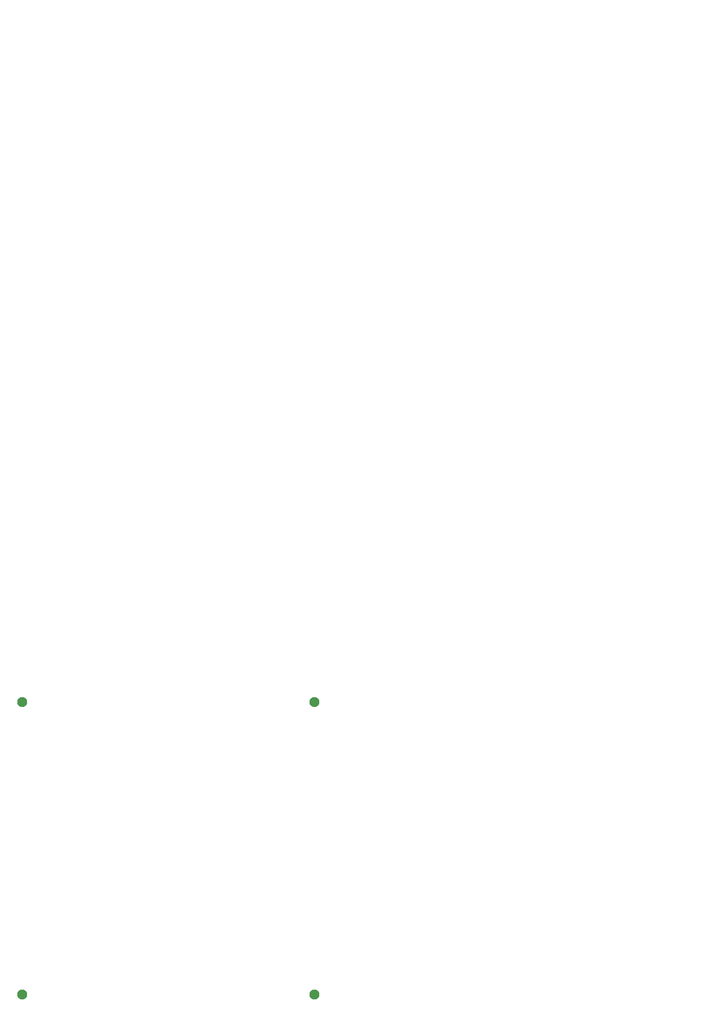
<source format=gbr>
%TF.GenerationSoftware,Altium Limited,Altium Designer,20.1.12 (249)*%
G04 Layer_Physical_Order=1*
G04 Layer_Color=255*
%FSLAX26Y26*%
%MOIN*%
%TF.SameCoordinates,A8668A30-75EC-4931-8606-AFBFD81A24F0*%
%TF.FilePolarity,Positive*%
%TF.FileFunction,Copper,L1,Top,Signal*%
%TF.Part,Single*%
G01*
G75*
%TA.AperFunction,ViaPad*%
%ADD10C,0.082677*%
G36*
X5782598Y8184882D02*
D01*
D02*
G37*
D10*
X2589921Y177165D02*
D03*
Y2590551D02*
D03*
D03*
D03*
X176536Y177165D02*
D03*
Y2590551D02*
D03*
%TF.MD5,792a5491c9e6fc724c0ef62fd2aed677*%
M02*

</source>
